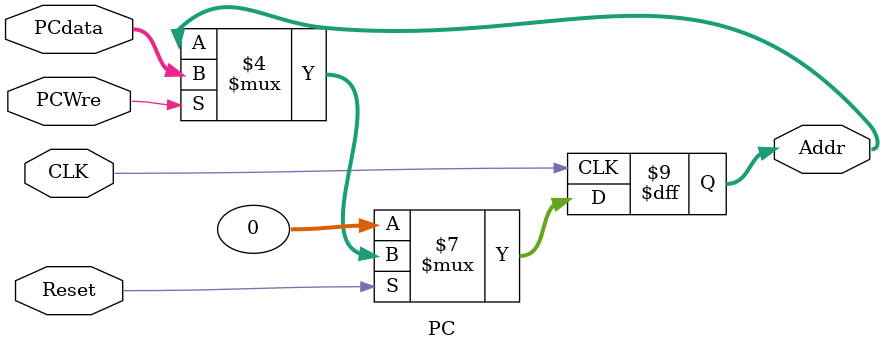
<source format=v>
`timescale 1ns / 1ps


module PC(CLK,PCWre,Reset,PCdata,Addr);
    input CLK;
    input PCWre;
    input Reset;
    input [31:0] PCdata;
    output reg[31:0] Addr;
    
    always @ (negedge CLK) begin // ±ØÐëÓÃÊ±ÖÓ±ßÑØ´¥·¢
        if (Reset==0) Addr <= 0;
        else if (PCWre == 1)
          Addr <= PCdata; // Ð´ÈëÐÂµÄÖ¸ÁîµØÖ·
    end
endmodule

</source>
